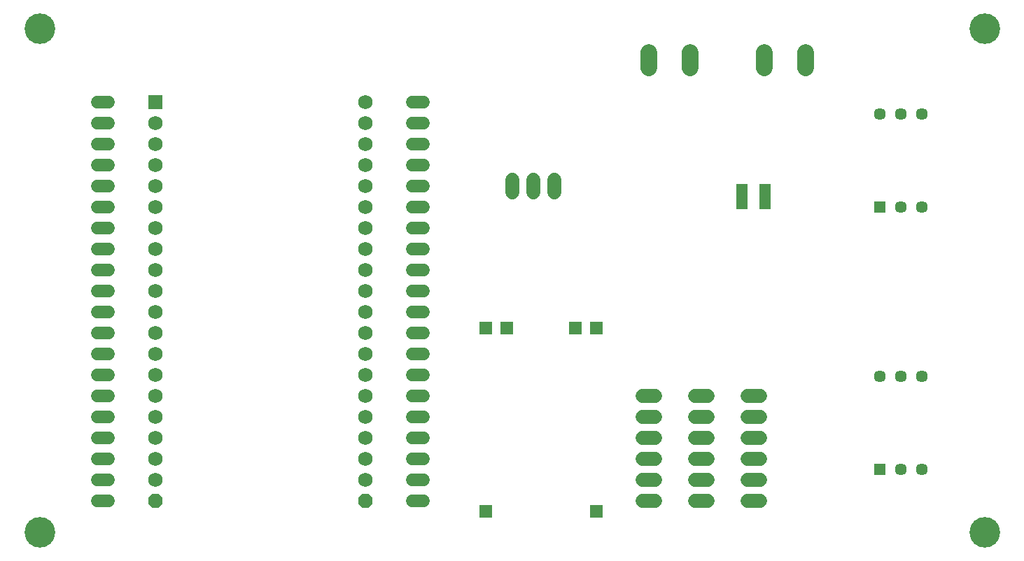
<source format=gbr>
G04 EAGLE Gerber RS-274X export*
G75*
%MOMM*%
%FSLAX34Y34*%
%LPD*%
%INSoldermask Top*%
%IPPOS*%
%AMOC8*
5,1,8,0,0,1.08239X$1,22.5*%
G01*
%ADD10C,3.703200*%
%ADD11R,1.611200X1.611200*%
%ADD12R,1.733200X1.733200*%
%ADD13C,1.733200*%
%ADD14C,1.524000*%
%ADD15P,1.869504X8X22.500000*%
%ADD16C,1.993900*%
%ADD17C,1.727200*%
%ADD18R,1.383200X3.023200*%
%ADD19R,1.454200X1.454200*%
%ADD20C,1.454200*%


D10*
X38100Y609600D03*
X1181100Y609600D03*
X38100Y0D03*
X1181100Y0D03*
D11*
X577850Y25400D03*
X711200Y25400D03*
X711200Y247650D03*
X577850Y247650D03*
X603250Y247650D03*
X685800Y247650D03*
D12*
X177800Y520600D03*
D13*
X177800Y495200D03*
X177800Y469800D03*
X177800Y444400D03*
X177800Y419000D03*
X177800Y393600D03*
X177800Y368200D03*
X177800Y342800D03*
X177800Y317400D03*
X177800Y292000D03*
X177800Y266600D03*
X177800Y241200D03*
X177800Y215800D03*
X177800Y190400D03*
X177800Y165000D03*
X177800Y139600D03*
X177800Y114200D03*
X177800Y88800D03*
X177800Y63400D03*
X431800Y63400D03*
X431800Y88800D03*
X431800Y114200D03*
X431800Y139600D03*
X431800Y165000D03*
X431800Y190400D03*
X431800Y215800D03*
X431800Y241200D03*
X431800Y266600D03*
X431800Y292000D03*
X431800Y317400D03*
X431800Y342800D03*
X431800Y368200D03*
X431800Y393600D03*
X431800Y419000D03*
X431800Y444400D03*
X431800Y469800D03*
X431800Y495200D03*
X431800Y520600D03*
D14*
X120904Y38100D02*
X107696Y38100D01*
X107696Y63500D02*
X120904Y63500D01*
X120904Y88900D02*
X107696Y88900D01*
X107696Y114300D02*
X120904Y114300D01*
X120904Y139700D02*
X107696Y139700D01*
X107696Y165100D02*
X120904Y165100D01*
X120904Y190500D02*
X107696Y190500D01*
X107696Y215900D02*
X120904Y215900D01*
X120904Y241300D02*
X107696Y241300D01*
X107696Y266700D02*
X120904Y266700D01*
X120904Y292100D02*
X107696Y292100D01*
X107696Y317500D02*
X120904Y317500D01*
X120904Y342900D02*
X107696Y342900D01*
X107696Y368300D02*
X120904Y368300D01*
X120904Y393700D02*
X107696Y393700D01*
X107696Y419100D02*
X120904Y419100D01*
X120904Y444500D02*
X107696Y444500D01*
X107696Y469900D02*
X120904Y469900D01*
X120904Y495300D02*
X107696Y495300D01*
X107696Y520700D02*
X120904Y520700D01*
X488696Y38100D02*
X501904Y38100D01*
X501904Y63500D02*
X488696Y63500D01*
X488696Y88900D02*
X501904Y88900D01*
X501904Y114300D02*
X488696Y114300D01*
X488696Y139700D02*
X501904Y139700D01*
X501904Y165100D02*
X488696Y165100D01*
X488696Y190500D02*
X501904Y190500D01*
X501904Y215900D02*
X488696Y215900D01*
X488696Y241300D02*
X501904Y241300D01*
X501904Y266700D02*
X488696Y266700D01*
X488696Y292100D02*
X501904Y292100D01*
X501904Y317500D02*
X488696Y317500D01*
X488696Y342900D02*
X501904Y342900D01*
X501904Y368300D02*
X488696Y368300D01*
X488696Y393700D02*
X501904Y393700D01*
X501904Y419100D02*
X488696Y419100D01*
X488696Y444500D02*
X501904Y444500D01*
X501904Y469900D02*
X488696Y469900D01*
X488696Y495300D02*
X501904Y495300D01*
X501904Y520700D02*
X488696Y520700D01*
D15*
X177800Y38100D03*
X431800Y38100D03*
D16*
X825100Y562547D02*
X825100Y580454D01*
X775100Y580454D02*
X775100Y562547D01*
X914800Y562547D02*
X914800Y580454D01*
X964800Y580454D02*
X964800Y562547D01*
D17*
X845820Y38100D02*
X830580Y38100D01*
X830580Y63500D02*
X845820Y63500D01*
X845820Y88900D02*
X830580Y88900D01*
X830580Y114300D02*
X845820Y114300D01*
X845820Y139700D02*
X830580Y139700D01*
X830580Y165100D02*
X845820Y165100D01*
X782320Y38100D02*
X767080Y38100D01*
X767080Y63500D02*
X782320Y63500D01*
X782320Y88900D02*
X767080Y88900D01*
X767080Y114300D02*
X782320Y114300D01*
X782320Y139700D02*
X767080Y139700D01*
X767080Y165100D02*
X782320Y165100D01*
X609600Y411480D02*
X609600Y426720D01*
X635000Y426720D02*
X635000Y411480D01*
X660400Y411480D02*
X660400Y426720D01*
X894080Y38100D02*
X909320Y38100D01*
X909320Y63500D02*
X894080Y63500D01*
X894080Y88900D02*
X909320Y88900D01*
X909320Y114300D02*
X894080Y114300D01*
X894080Y139700D02*
X909320Y139700D01*
X909320Y165100D02*
X894080Y165100D01*
D18*
X887500Y406400D03*
X915900Y406400D03*
D19*
X1054100Y393700D03*
D20*
X1079500Y393700D03*
X1104900Y393700D03*
X1104900Y506200D03*
X1079500Y506200D03*
X1054100Y506200D03*
D19*
X1054100Y76200D03*
D20*
X1079500Y76200D03*
X1104900Y76200D03*
X1104900Y188700D03*
X1079500Y188700D03*
X1054100Y188700D03*
M02*

</source>
